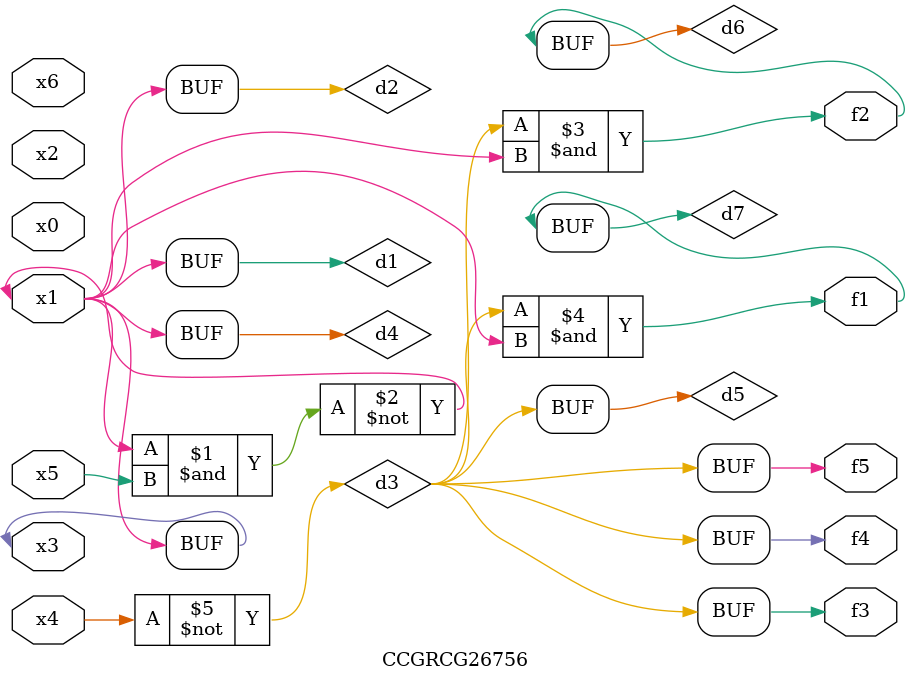
<source format=v>
module CCGRCG26756(
	input x0, x1, x2, x3, x4, x5, x6,
	output f1, f2, f3, f4, f5
);

	wire d1, d2, d3, d4, d5, d6, d7;

	buf (d1, x1, x3);
	nand (d2, x1, x5);
	not (d3, x4);
	buf (d4, d1, d2);
	buf (d5, d3);
	and (d6, d3, d4);
	and (d7, d3, d4);
	assign f1 = d7;
	assign f2 = d6;
	assign f3 = d5;
	assign f4 = d5;
	assign f5 = d5;
endmodule

</source>
